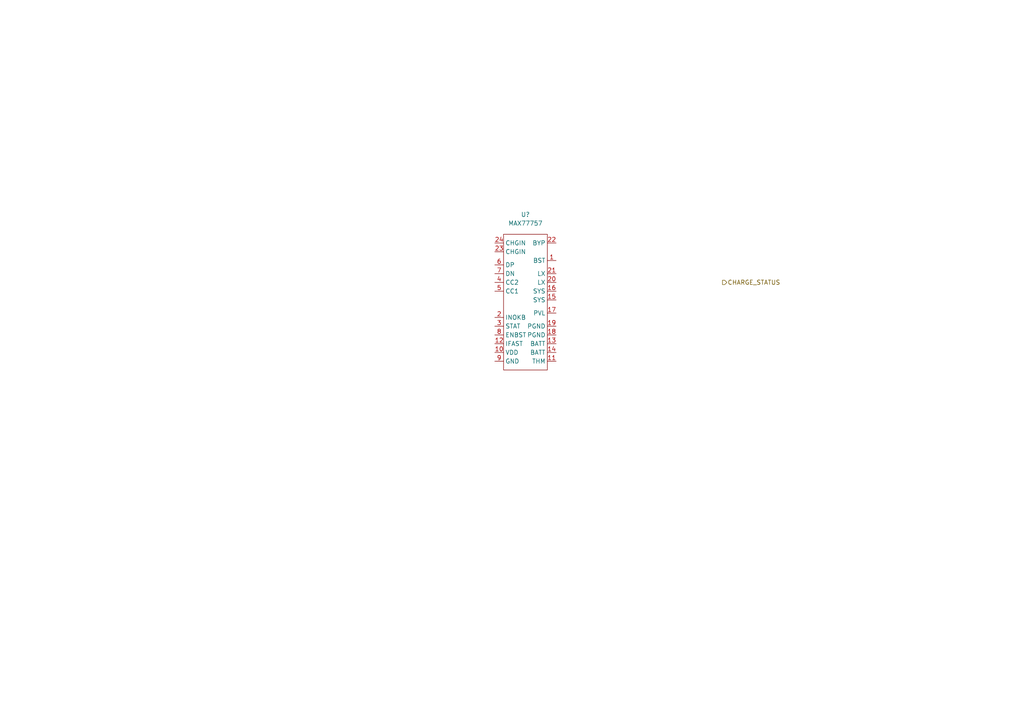
<source format=kicad_sch>
(kicad_sch (version 20211123) (generator eeschema)
  (paper "A4")
  (lib_symbols
    (symbol "314_power_management_ic:MAX77757"
      (property "Reference" "U?" (at -5.08 20.32 0))
      (property "Value" "MAX77757" (at 0 1.27 90))
      (symbol "MAX77757_0_1"
        (rectangle (start -6.35 19.05) (end 6.35 -20.32))
      )
      (symbol "MAX77757_1_1"
        (pin power_out line (at 8.89 11.43 180) (length 2.54) (name "BST") (number "1"))
        (pin power_out line (at -8.89 -15.24 0) (length 2.54) (name "VDD") (number "10"))
        (pin input line (at 8.89 -17.78 180) (length 2.54) (name "THM") (number "11"))
        (pin passive line (at -8.89 -12.7 0) (length 2.54) (name "IFAST") (number "12"))
        (pin power_out line (at 8.89 -12.7 180) (length 2.54) (name "BATT") (number "13"))
        (pin power_out line (at 8.89 -15.24 180) (length 2.54) (name "BATT") (number "14"))
        (pin power_in line (at 8.89 0 180) (length 2.54) (name "SYS") (number "15"))
        (pin power_in line (at 8.89 2.54 180) (length 2.54) (name "SYS") (number "16"))
        (pin power_out line (at 8.89 -3.81 180) (length 2.54) (name "PVL") (number "17"))
        (pin power_out line (at 8.89 -10.16 180) (length 2.54) (name "PGND") (number "18"))
        (pin power_out line (at 8.89 -7.62 180) (length 2.54) (name "PGND") (number "19"))
        (pin open_collector line (at -8.89 -5.08 0) (length 2.54) (name "INOKB") (number "2"))
        (pin bidirectional line (at 8.89 5.08 180) (length 2.54) (name "LX") (number "20"))
        (pin bidirectional line (at 8.89 7.62 180) (length 2.54) (name "LX") (number "21"))
        (pin bidirectional line (at 8.89 16.51 180) (length 2.54) (name "BYP") (number "22"))
        (pin power_in line (at -8.89 13.97 0) (length 2.54) (name "CHGIN") (number "23"))
        (pin power_in line (at -8.89 16.51 0) (length 2.54) (name "CHGIN") (number "24"))
        (pin open_collector line (at -8.89 -7.62 0) (length 2.54) (name "STAT") (number "3"))
        (pin bidirectional line (at -8.89 5.08 0) (length 2.54) (name "CC2") (number "4"))
        (pin bidirectional line (at -8.89 2.54 0) (length 2.54) (name "CC1") (number "5"))
        (pin bidirectional line (at -8.89 10.16 0) (length 2.54) (name "DP") (number "6"))
        (pin bidirectional line (at -8.89 7.62 0) (length 2.54) (name "DN") (number "7"))
        (pin input line (at -8.89 -10.16 0) (length 2.54) (name "ENBST") (number "8"))
        (pin power_out line (at -8.89 -17.78 0) (length 2.54) (name "GND") (number "9"))
      )
    )
  )
  (hierarchical_label "CHARGE_STATUS" (shape output) (at 209.55 81.915 0))
  (symbol (lib_id "314_power_management_ic:MAX77757") (at 152.4 86.995 0) (unit 1)
    (property "Reference" "U?" (at 152.4 62.23 0))
    (property "Value" "MAX77757" (at 152.4 64.77 0))
    (property "Footprint" "314_PMIC:FC2QFN-24_3x3mm_P0.4mm" (effects hide))
  )
)
</source>
